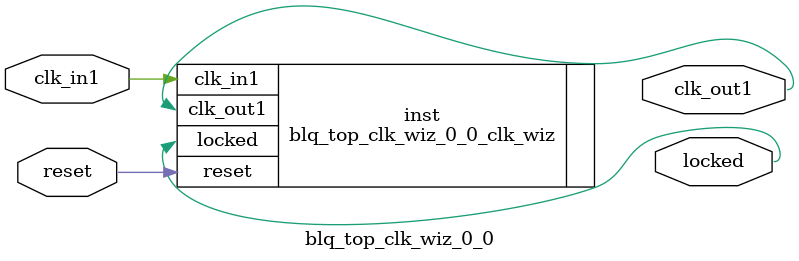
<source format=v>


`timescale 1ps/1ps

(* CORE_GENERATION_INFO = "blq_top_clk_wiz_0_0,clk_wiz_v6_0_14_0_0,{component_name=blq_top_clk_wiz_0_0,use_phase_alignment=true,use_min_o_jitter=false,use_max_i_jitter=false,use_dyn_phase_shift=false,use_inclk_switchover=false,use_dyn_reconfig=false,enable_axi=0,feedback_source=FDBK_AUTO,PRIMITIVE=MMCM,num_out_clk=1,clkin1_period=8.000,clkin2_period=10.000,use_power_down=false,use_reset=true,use_locked=true,use_inclk_stopped=false,feedback_type=SINGLE,CLOCK_MGR_TYPE=NA,manual_override=false}" *)

module blq_top_clk_wiz_0_0 
 (
  // Clock out ports
  output        clk_out1,
  // Status and control signals
  input         reset,
  output        locked,
 // Clock in ports
  input         clk_in1
 );

  blq_top_clk_wiz_0_0_clk_wiz inst
  (
  // Clock out ports  
  .clk_out1(clk_out1),
  // Status and control signals               
  .reset(reset), 
  .locked(locked),
 // Clock in ports
  .clk_in1(clk_in1)
  );

endmodule

</source>
